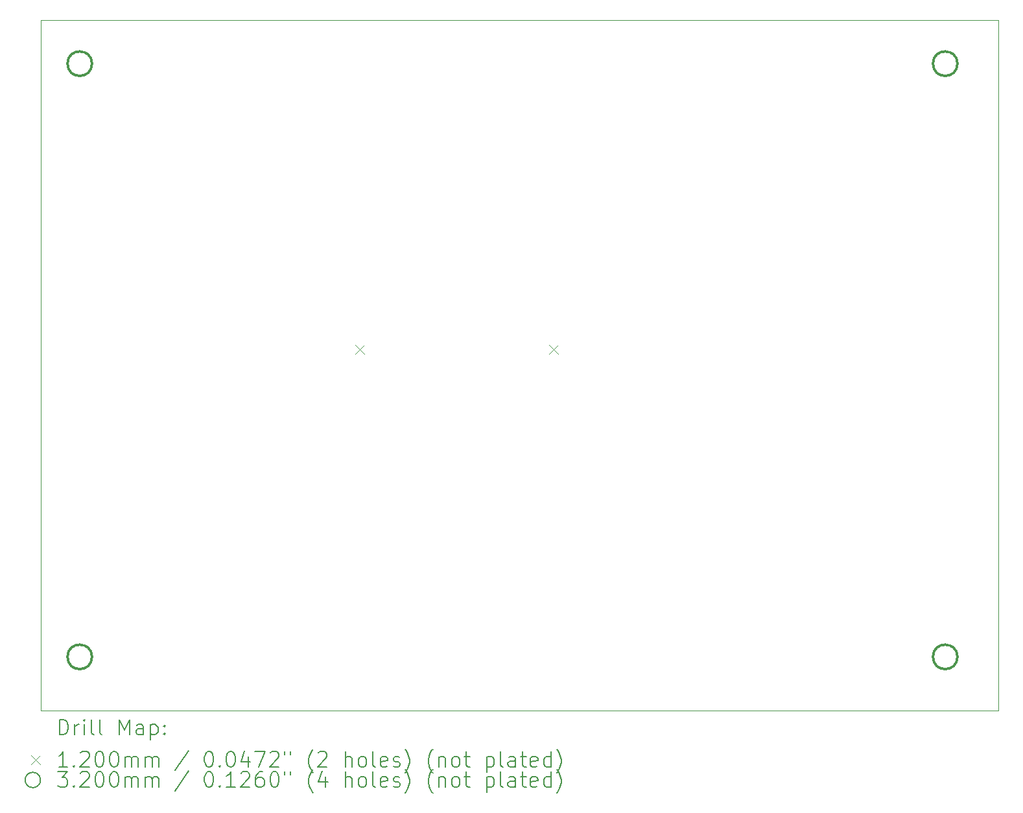
<source format=gbr>
%TF.GenerationSoftware,KiCad,Pcbnew,7.0.1*%
%TF.CreationDate,2023-03-23T12:40:10+01:00*%
%TF.ProjectId,ESP32-BMS_Ctrl,45535033-322d-4424-9d53-5f4374726c2e,rev?*%
%TF.SameCoordinates,Original*%
%TF.FileFunction,Drillmap*%
%TF.FilePolarity,Positive*%
%FSLAX45Y45*%
G04 Gerber Fmt 4.5, Leading zero omitted, Abs format (unit mm)*
G04 Created by KiCad (PCBNEW 7.0.1) date 2023-03-23 12:40:10*
%MOMM*%
%LPD*%
G01*
G04 APERTURE LIST*
%ADD10C,0.100000*%
%ADD11C,0.200000*%
%ADD12C,0.120000*%
%ADD13C,0.320000*%
G04 APERTURE END LIST*
D10*
X9334500Y-4191000D02*
X21844000Y-4191000D01*
X21844000Y-13208000D01*
X9334500Y-13208000D01*
X9334500Y-4191000D01*
D11*
D12*
X13439000Y-8432600D02*
X13559000Y-8552600D01*
X13559000Y-8432600D02*
X13439000Y-8552600D01*
X15975000Y-8432600D02*
X16095000Y-8552600D01*
X16095000Y-8432600D02*
X15975000Y-8552600D01*
D13*
X10002500Y-4762500D02*
G75*
G03*
X10002500Y-4762500I-160000J0D01*
G01*
X10002500Y-12509500D02*
G75*
G03*
X10002500Y-12509500I-160000J0D01*
G01*
X21305500Y-4762500D02*
G75*
G03*
X21305500Y-4762500I-160000J0D01*
G01*
X21305500Y-12509500D02*
G75*
G03*
X21305500Y-12509500I-160000J0D01*
G01*
D11*
X9577119Y-13525524D02*
X9577119Y-13325524D01*
X9577119Y-13325524D02*
X9624738Y-13325524D01*
X9624738Y-13325524D02*
X9653310Y-13335048D01*
X9653310Y-13335048D02*
X9672357Y-13354095D01*
X9672357Y-13354095D02*
X9681881Y-13373143D01*
X9681881Y-13373143D02*
X9691405Y-13411238D01*
X9691405Y-13411238D02*
X9691405Y-13439809D01*
X9691405Y-13439809D02*
X9681881Y-13477905D01*
X9681881Y-13477905D02*
X9672357Y-13496952D01*
X9672357Y-13496952D02*
X9653310Y-13516000D01*
X9653310Y-13516000D02*
X9624738Y-13525524D01*
X9624738Y-13525524D02*
X9577119Y-13525524D01*
X9777119Y-13525524D02*
X9777119Y-13392190D01*
X9777119Y-13430286D02*
X9786643Y-13411238D01*
X9786643Y-13411238D02*
X9796167Y-13401714D01*
X9796167Y-13401714D02*
X9815214Y-13392190D01*
X9815214Y-13392190D02*
X9834262Y-13392190D01*
X9900929Y-13525524D02*
X9900929Y-13392190D01*
X9900929Y-13325524D02*
X9891405Y-13335048D01*
X9891405Y-13335048D02*
X9900929Y-13344571D01*
X9900929Y-13344571D02*
X9910452Y-13335048D01*
X9910452Y-13335048D02*
X9900929Y-13325524D01*
X9900929Y-13325524D02*
X9900929Y-13344571D01*
X10024738Y-13525524D02*
X10005690Y-13516000D01*
X10005690Y-13516000D02*
X9996167Y-13496952D01*
X9996167Y-13496952D02*
X9996167Y-13325524D01*
X10129500Y-13525524D02*
X10110452Y-13516000D01*
X10110452Y-13516000D02*
X10100929Y-13496952D01*
X10100929Y-13496952D02*
X10100929Y-13325524D01*
X10358071Y-13525524D02*
X10358071Y-13325524D01*
X10358071Y-13325524D02*
X10424738Y-13468381D01*
X10424738Y-13468381D02*
X10491405Y-13325524D01*
X10491405Y-13325524D02*
X10491405Y-13525524D01*
X10672357Y-13525524D02*
X10672357Y-13420762D01*
X10672357Y-13420762D02*
X10662833Y-13401714D01*
X10662833Y-13401714D02*
X10643786Y-13392190D01*
X10643786Y-13392190D02*
X10605690Y-13392190D01*
X10605690Y-13392190D02*
X10586643Y-13401714D01*
X10672357Y-13516000D02*
X10653310Y-13525524D01*
X10653310Y-13525524D02*
X10605690Y-13525524D01*
X10605690Y-13525524D02*
X10586643Y-13516000D01*
X10586643Y-13516000D02*
X10577119Y-13496952D01*
X10577119Y-13496952D02*
X10577119Y-13477905D01*
X10577119Y-13477905D02*
X10586643Y-13458857D01*
X10586643Y-13458857D02*
X10605690Y-13449333D01*
X10605690Y-13449333D02*
X10653310Y-13449333D01*
X10653310Y-13449333D02*
X10672357Y-13439809D01*
X10767595Y-13392190D02*
X10767595Y-13592190D01*
X10767595Y-13401714D02*
X10786643Y-13392190D01*
X10786643Y-13392190D02*
X10824738Y-13392190D01*
X10824738Y-13392190D02*
X10843786Y-13401714D01*
X10843786Y-13401714D02*
X10853310Y-13411238D01*
X10853310Y-13411238D02*
X10862833Y-13430286D01*
X10862833Y-13430286D02*
X10862833Y-13487428D01*
X10862833Y-13487428D02*
X10853310Y-13506476D01*
X10853310Y-13506476D02*
X10843786Y-13516000D01*
X10843786Y-13516000D02*
X10824738Y-13525524D01*
X10824738Y-13525524D02*
X10786643Y-13525524D01*
X10786643Y-13525524D02*
X10767595Y-13516000D01*
X10948548Y-13506476D02*
X10958071Y-13516000D01*
X10958071Y-13516000D02*
X10948548Y-13525524D01*
X10948548Y-13525524D02*
X10939024Y-13516000D01*
X10939024Y-13516000D02*
X10948548Y-13506476D01*
X10948548Y-13506476D02*
X10948548Y-13525524D01*
X10948548Y-13401714D02*
X10958071Y-13411238D01*
X10958071Y-13411238D02*
X10948548Y-13420762D01*
X10948548Y-13420762D02*
X10939024Y-13411238D01*
X10939024Y-13411238D02*
X10948548Y-13401714D01*
X10948548Y-13401714D02*
X10948548Y-13420762D01*
D12*
X9209500Y-13793000D02*
X9329500Y-13913000D01*
X9329500Y-13793000D02*
X9209500Y-13913000D01*
D11*
X9681881Y-13945524D02*
X9567595Y-13945524D01*
X9624738Y-13945524D02*
X9624738Y-13745524D01*
X9624738Y-13745524D02*
X9605690Y-13774095D01*
X9605690Y-13774095D02*
X9586643Y-13793143D01*
X9586643Y-13793143D02*
X9567595Y-13802667D01*
X9767595Y-13926476D02*
X9777119Y-13936000D01*
X9777119Y-13936000D02*
X9767595Y-13945524D01*
X9767595Y-13945524D02*
X9758071Y-13936000D01*
X9758071Y-13936000D02*
X9767595Y-13926476D01*
X9767595Y-13926476D02*
X9767595Y-13945524D01*
X9853310Y-13764571D02*
X9862833Y-13755048D01*
X9862833Y-13755048D02*
X9881881Y-13745524D01*
X9881881Y-13745524D02*
X9929500Y-13745524D01*
X9929500Y-13745524D02*
X9948548Y-13755048D01*
X9948548Y-13755048D02*
X9958071Y-13764571D01*
X9958071Y-13764571D02*
X9967595Y-13783619D01*
X9967595Y-13783619D02*
X9967595Y-13802667D01*
X9967595Y-13802667D02*
X9958071Y-13831238D01*
X9958071Y-13831238D02*
X9843786Y-13945524D01*
X9843786Y-13945524D02*
X9967595Y-13945524D01*
X10091405Y-13745524D02*
X10110452Y-13745524D01*
X10110452Y-13745524D02*
X10129500Y-13755048D01*
X10129500Y-13755048D02*
X10139024Y-13764571D01*
X10139024Y-13764571D02*
X10148548Y-13783619D01*
X10148548Y-13783619D02*
X10158071Y-13821714D01*
X10158071Y-13821714D02*
X10158071Y-13869333D01*
X10158071Y-13869333D02*
X10148548Y-13907428D01*
X10148548Y-13907428D02*
X10139024Y-13926476D01*
X10139024Y-13926476D02*
X10129500Y-13936000D01*
X10129500Y-13936000D02*
X10110452Y-13945524D01*
X10110452Y-13945524D02*
X10091405Y-13945524D01*
X10091405Y-13945524D02*
X10072357Y-13936000D01*
X10072357Y-13936000D02*
X10062833Y-13926476D01*
X10062833Y-13926476D02*
X10053310Y-13907428D01*
X10053310Y-13907428D02*
X10043786Y-13869333D01*
X10043786Y-13869333D02*
X10043786Y-13821714D01*
X10043786Y-13821714D02*
X10053310Y-13783619D01*
X10053310Y-13783619D02*
X10062833Y-13764571D01*
X10062833Y-13764571D02*
X10072357Y-13755048D01*
X10072357Y-13755048D02*
X10091405Y-13745524D01*
X10281881Y-13745524D02*
X10300929Y-13745524D01*
X10300929Y-13745524D02*
X10319976Y-13755048D01*
X10319976Y-13755048D02*
X10329500Y-13764571D01*
X10329500Y-13764571D02*
X10339024Y-13783619D01*
X10339024Y-13783619D02*
X10348548Y-13821714D01*
X10348548Y-13821714D02*
X10348548Y-13869333D01*
X10348548Y-13869333D02*
X10339024Y-13907428D01*
X10339024Y-13907428D02*
X10329500Y-13926476D01*
X10329500Y-13926476D02*
X10319976Y-13936000D01*
X10319976Y-13936000D02*
X10300929Y-13945524D01*
X10300929Y-13945524D02*
X10281881Y-13945524D01*
X10281881Y-13945524D02*
X10262833Y-13936000D01*
X10262833Y-13936000D02*
X10253310Y-13926476D01*
X10253310Y-13926476D02*
X10243786Y-13907428D01*
X10243786Y-13907428D02*
X10234262Y-13869333D01*
X10234262Y-13869333D02*
X10234262Y-13821714D01*
X10234262Y-13821714D02*
X10243786Y-13783619D01*
X10243786Y-13783619D02*
X10253310Y-13764571D01*
X10253310Y-13764571D02*
X10262833Y-13755048D01*
X10262833Y-13755048D02*
X10281881Y-13745524D01*
X10434262Y-13945524D02*
X10434262Y-13812190D01*
X10434262Y-13831238D02*
X10443786Y-13821714D01*
X10443786Y-13821714D02*
X10462833Y-13812190D01*
X10462833Y-13812190D02*
X10491405Y-13812190D01*
X10491405Y-13812190D02*
X10510452Y-13821714D01*
X10510452Y-13821714D02*
X10519976Y-13840762D01*
X10519976Y-13840762D02*
X10519976Y-13945524D01*
X10519976Y-13840762D02*
X10529500Y-13821714D01*
X10529500Y-13821714D02*
X10548548Y-13812190D01*
X10548548Y-13812190D02*
X10577119Y-13812190D01*
X10577119Y-13812190D02*
X10596167Y-13821714D01*
X10596167Y-13821714D02*
X10605691Y-13840762D01*
X10605691Y-13840762D02*
X10605691Y-13945524D01*
X10700929Y-13945524D02*
X10700929Y-13812190D01*
X10700929Y-13831238D02*
X10710452Y-13821714D01*
X10710452Y-13821714D02*
X10729500Y-13812190D01*
X10729500Y-13812190D02*
X10758072Y-13812190D01*
X10758072Y-13812190D02*
X10777119Y-13821714D01*
X10777119Y-13821714D02*
X10786643Y-13840762D01*
X10786643Y-13840762D02*
X10786643Y-13945524D01*
X10786643Y-13840762D02*
X10796167Y-13821714D01*
X10796167Y-13821714D02*
X10815214Y-13812190D01*
X10815214Y-13812190D02*
X10843786Y-13812190D01*
X10843786Y-13812190D02*
X10862833Y-13821714D01*
X10862833Y-13821714D02*
X10872357Y-13840762D01*
X10872357Y-13840762D02*
X10872357Y-13945524D01*
X11262833Y-13736000D02*
X11091405Y-13993143D01*
X11519976Y-13745524D02*
X11539024Y-13745524D01*
X11539024Y-13745524D02*
X11558072Y-13755048D01*
X11558072Y-13755048D02*
X11567595Y-13764571D01*
X11567595Y-13764571D02*
X11577119Y-13783619D01*
X11577119Y-13783619D02*
X11586643Y-13821714D01*
X11586643Y-13821714D02*
X11586643Y-13869333D01*
X11586643Y-13869333D02*
X11577119Y-13907428D01*
X11577119Y-13907428D02*
X11567595Y-13926476D01*
X11567595Y-13926476D02*
X11558072Y-13936000D01*
X11558072Y-13936000D02*
X11539024Y-13945524D01*
X11539024Y-13945524D02*
X11519976Y-13945524D01*
X11519976Y-13945524D02*
X11500929Y-13936000D01*
X11500929Y-13936000D02*
X11491405Y-13926476D01*
X11491405Y-13926476D02*
X11481881Y-13907428D01*
X11481881Y-13907428D02*
X11472357Y-13869333D01*
X11472357Y-13869333D02*
X11472357Y-13821714D01*
X11472357Y-13821714D02*
X11481881Y-13783619D01*
X11481881Y-13783619D02*
X11491405Y-13764571D01*
X11491405Y-13764571D02*
X11500929Y-13755048D01*
X11500929Y-13755048D02*
X11519976Y-13745524D01*
X11672357Y-13926476D02*
X11681881Y-13936000D01*
X11681881Y-13936000D02*
X11672357Y-13945524D01*
X11672357Y-13945524D02*
X11662833Y-13936000D01*
X11662833Y-13936000D02*
X11672357Y-13926476D01*
X11672357Y-13926476D02*
X11672357Y-13945524D01*
X11805691Y-13745524D02*
X11824738Y-13745524D01*
X11824738Y-13745524D02*
X11843786Y-13755048D01*
X11843786Y-13755048D02*
X11853310Y-13764571D01*
X11853310Y-13764571D02*
X11862833Y-13783619D01*
X11862833Y-13783619D02*
X11872357Y-13821714D01*
X11872357Y-13821714D02*
X11872357Y-13869333D01*
X11872357Y-13869333D02*
X11862833Y-13907428D01*
X11862833Y-13907428D02*
X11853310Y-13926476D01*
X11853310Y-13926476D02*
X11843786Y-13936000D01*
X11843786Y-13936000D02*
X11824738Y-13945524D01*
X11824738Y-13945524D02*
X11805691Y-13945524D01*
X11805691Y-13945524D02*
X11786643Y-13936000D01*
X11786643Y-13936000D02*
X11777119Y-13926476D01*
X11777119Y-13926476D02*
X11767595Y-13907428D01*
X11767595Y-13907428D02*
X11758072Y-13869333D01*
X11758072Y-13869333D02*
X11758072Y-13821714D01*
X11758072Y-13821714D02*
X11767595Y-13783619D01*
X11767595Y-13783619D02*
X11777119Y-13764571D01*
X11777119Y-13764571D02*
X11786643Y-13755048D01*
X11786643Y-13755048D02*
X11805691Y-13745524D01*
X12043786Y-13812190D02*
X12043786Y-13945524D01*
X11996167Y-13736000D02*
X11948548Y-13878857D01*
X11948548Y-13878857D02*
X12072357Y-13878857D01*
X12129500Y-13745524D02*
X12262833Y-13745524D01*
X12262833Y-13745524D02*
X12177119Y-13945524D01*
X12329500Y-13764571D02*
X12339024Y-13755048D01*
X12339024Y-13755048D02*
X12358072Y-13745524D01*
X12358072Y-13745524D02*
X12405691Y-13745524D01*
X12405691Y-13745524D02*
X12424738Y-13755048D01*
X12424738Y-13755048D02*
X12434262Y-13764571D01*
X12434262Y-13764571D02*
X12443786Y-13783619D01*
X12443786Y-13783619D02*
X12443786Y-13802667D01*
X12443786Y-13802667D02*
X12434262Y-13831238D01*
X12434262Y-13831238D02*
X12319976Y-13945524D01*
X12319976Y-13945524D02*
X12443786Y-13945524D01*
X12519976Y-13745524D02*
X12519976Y-13783619D01*
X12596167Y-13745524D02*
X12596167Y-13783619D01*
X12891405Y-14021714D02*
X12881881Y-14012190D01*
X12881881Y-14012190D02*
X12862834Y-13983619D01*
X12862834Y-13983619D02*
X12853310Y-13964571D01*
X12853310Y-13964571D02*
X12843786Y-13936000D01*
X12843786Y-13936000D02*
X12834262Y-13888381D01*
X12834262Y-13888381D02*
X12834262Y-13850286D01*
X12834262Y-13850286D02*
X12843786Y-13802667D01*
X12843786Y-13802667D02*
X12853310Y-13774095D01*
X12853310Y-13774095D02*
X12862834Y-13755048D01*
X12862834Y-13755048D02*
X12881881Y-13726476D01*
X12881881Y-13726476D02*
X12891405Y-13716952D01*
X12958072Y-13764571D02*
X12967595Y-13755048D01*
X12967595Y-13755048D02*
X12986643Y-13745524D01*
X12986643Y-13745524D02*
X13034262Y-13745524D01*
X13034262Y-13745524D02*
X13053310Y-13755048D01*
X13053310Y-13755048D02*
X13062834Y-13764571D01*
X13062834Y-13764571D02*
X13072357Y-13783619D01*
X13072357Y-13783619D02*
X13072357Y-13802667D01*
X13072357Y-13802667D02*
X13062834Y-13831238D01*
X13062834Y-13831238D02*
X12948548Y-13945524D01*
X12948548Y-13945524D02*
X13072357Y-13945524D01*
X13310453Y-13945524D02*
X13310453Y-13745524D01*
X13396167Y-13945524D02*
X13396167Y-13840762D01*
X13396167Y-13840762D02*
X13386643Y-13821714D01*
X13386643Y-13821714D02*
X13367596Y-13812190D01*
X13367596Y-13812190D02*
X13339024Y-13812190D01*
X13339024Y-13812190D02*
X13319976Y-13821714D01*
X13319976Y-13821714D02*
X13310453Y-13831238D01*
X13519976Y-13945524D02*
X13500929Y-13936000D01*
X13500929Y-13936000D02*
X13491405Y-13926476D01*
X13491405Y-13926476D02*
X13481881Y-13907428D01*
X13481881Y-13907428D02*
X13481881Y-13850286D01*
X13481881Y-13850286D02*
X13491405Y-13831238D01*
X13491405Y-13831238D02*
X13500929Y-13821714D01*
X13500929Y-13821714D02*
X13519976Y-13812190D01*
X13519976Y-13812190D02*
X13548548Y-13812190D01*
X13548548Y-13812190D02*
X13567596Y-13821714D01*
X13567596Y-13821714D02*
X13577119Y-13831238D01*
X13577119Y-13831238D02*
X13586643Y-13850286D01*
X13586643Y-13850286D02*
X13586643Y-13907428D01*
X13586643Y-13907428D02*
X13577119Y-13926476D01*
X13577119Y-13926476D02*
X13567596Y-13936000D01*
X13567596Y-13936000D02*
X13548548Y-13945524D01*
X13548548Y-13945524D02*
X13519976Y-13945524D01*
X13700929Y-13945524D02*
X13681881Y-13936000D01*
X13681881Y-13936000D02*
X13672357Y-13916952D01*
X13672357Y-13916952D02*
X13672357Y-13745524D01*
X13853310Y-13936000D02*
X13834262Y-13945524D01*
X13834262Y-13945524D02*
X13796167Y-13945524D01*
X13796167Y-13945524D02*
X13777119Y-13936000D01*
X13777119Y-13936000D02*
X13767596Y-13916952D01*
X13767596Y-13916952D02*
X13767596Y-13840762D01*
X13767596Y-13840762D02*
X13777119Y-13821714D01*
X13777119Y-13821714D02*
X13796167Y-13812190D01*
X13796167Y-13812190D02*
X13834262Y-13812190D01*
X13834262Y-13812190D02*
X13853310Y-13821714D01*
X13853310Y-13821714D02*
X13862834Y-13840762D01*
X13862834Y-13840762D02*
X13862834Y-13859809D01*
X13862834Y-13859809D02*
X13767596Y-13878857D01*
X13939024Y-13936000D02*
X13958072Y-13945524D01*
X13958072Y-13945524D02*
X13996167Y-13945524D01*
X13996167Y-13945524D02*
X14015215Y-13936000D01*
X14015215Y-13936000D02*
X14024738Y-13916952D01*
X14024738Y-13916952D02*
X14024738Y-13907428D01*
X14024738Y-13907428D02*
X14015215Y-13888381D01*
X14015215Y-13888381D02*
X13996167Y-13878857D01*
X13996167Y-13878857D02*
X13967596Y-13878857D01*
X13967596Y-13878857D02*
X13948548Y-13869333D01*
X13948548Y-13869333D02*
X13939024Y-13850286D01*
X13939024Y-13850286D02*
X13939024Y-13840762D01*
X13939024Y-13840762D02*
X13948548Y-13821714D01*
X13948548Y-13821714D02*
X13967596Y-13812190D01*
X13967596Y-13812190D02*
X13996167Y-13812190D01*
X13996167Y-13812190D02*
X14015215Y-13821714D01*
X14091405Y-14021714D02*
X14100929Y-14012190D01*
X14100929Y-14012190D02*
X14119977Y-13983619D01*
X14119977Y-13983619D02*
X14129500Y-13964571D01*
X14129500Y-13964571D02*
X14139024Y-13936000D01*
X14139024Y-13936000D02*
X14148548Y-13888381D01*
X14148548Y-13888381D02*
X14148548Y-13850286D01*
X14148548Y-13850286D02*
X14139024Y-13802667D01*
X14139024Y-13802667D02*
X14129500Y-13774095D01*
X14129500Y-13774095D02*
X14119977Y-13755048D01*
X14119977Y-13755048D02*
X14100929Y-13726476D01*
X14100929Y-13726476D02*
X14091405Y-13716952D01*
X14453310Y-14021714D02*
X14443786Y-14012190D01*
X14443786Y-14012190D02*
X14424738Y-13983619D01*
X14424738Y-13983619D02*
X14415215Y-13964571D01*
X14415215Y-13964571D02*
X14405691Y-13936000D01*
X14405691Y-13936000D02*
X14396167Y-13888381D01*
X14396167Y-13888381D02*
X14396167Y-13850286D01*
X14396167Y-13850286D02*
X14405691Y-13802667D01*
X14405691Y-13802667D02*
X14415215Y-13774095D01*
X14415215Y-13774095D02*
X14424738Y-13755048D01*
X14424738Y-13755048D02*
X14443786Y-13726476D01*
X14443786Y-13726476D02*
X14453310Y-13716952D01*
X14529500Y-13812190D02*
X14529500Y-13945524D01*
X14529500Y-13831238D02*
X14539024Y-13821714D01*
X14539024Y-13821714D02*
X14558072Y-13812190D01*
X14558072Y-13812190D02*
X14586643Y-13812190D01*
X14586643Y-13812190D02*
X14605691Y-13821714D01*
X14605691Y-13821714D02*
X14615215Y-13840762D01*
X14615215Y-13840762D02*
X14615215Y-13945524D01*
X14739024Y-13945524D02*
X14719977Y-13936000D01*
X14719977Y-13936000D02*
X14710453Y-13926476D01*
X14710453Y-13926476D02*
X14700929Y-13907428D01*
X14700929Y-13907428D02*
X14700929Y-13850286D01*
X14700929Y-13850286D02*
X14710453Y-13831238D01*
X14710453Y-13831238D02*
X14719977Y-13821714D01*
X14719977Y-13821714D02*
X14739024Y-13812190D01*
X14739024Y-13812190D02*
X14767596Y-13812190D01*
X14767596Y-13812190D02*
X14786643Y-13821714D01*
X14786643Y-13821714D02*
X14796167Y-13831238D01*
X14796167Y-13831238D02*
X14805691Y-13850286D01*
X14805691Y-13850286D02*
X14805691Y-13907428D01*
X14805691Y-13907428D02*
X14796167Y-13926476D01*
X14796167Y-13926476D02*
X14786643Y-13936000D01*
X14786643Y-13936000D02*
X14767596Y-13945524D01*
X14767596Y-13945524D02*
X14739024Y-13945524D01*
X14862834Y-13812190D02*
X14939024Y-13812190D01*
X14891405Y-13745524D02*
X14891405Y-13916952D01*
X14891405Y-13916952D02*
X14900929Y-13936000D01*
X14900929Y-13936000D02*
X14919977Y-13945524D01*
X14919977Y-13945524D02*
X14939024Y-13945524D01*
X15158072Y-13812190D02*
X15158072Y-14012190D01*
X15158072Y-13821714D02*
X15177119Y-13812190D01*
X15177119Y-13812190D02*
X15215215Y-13812190D01*
X15215215Y-13812190D02*
X15234262Y-13821714D01*
X15234262Y-13821714D02*
X15243786Y-13831238D01*
X15243786Y-13831238D02*
X15253310Y-13850286D01*
X15253310Y-13850286D02*
X15253310Y-13907428D01*
X15253310Y-13907428D02*
X15243786Y-13926476D01*
X15243786Y-13926476D02*
X15234262Y-13936000D01*
X15234262Y-13936000D02*
X15215215Y-13945524D01*
X15215215Y-13945524D02*
X15177119Y-13945524D01*
X15177119Y-13945524D02*
X15158072Y-13936000D01*
X15367596Y-13945524D02*
X15348548Y-13936000D01*
X15348548Y-13936000D02*
X15339024Y-13916952D01*
X15339024Y-13916952D02*
X15339024Y-13745524D01*
X15529500Y-13945524D02*
X15529500Y-13840762D01*
X15529500Y-13840762D02*
X15519977Y-13821714D01*
X15519977Y-13821714D02*
X15500929Y-13812190D01*
X15500929Y-13812190D02*
X15462834Y-13812190D01*
X15462834Y-13812190D02*
X15443786Y-13821714D01*
X15529500Y-13936000D02*
X15510453Y-13945524D01*
X15510453Y-13945524D02*
X15462834Y-13945524D01*
X15462834Y-13945524D02*
X15443786Y-13936000D01*
X15443786Y-13936000D02*
X15434262Y-13916952D01*
X15434262Y-13916952D02*
X15434262Y-13897905D01*
X15434262Y-13897905D02*
X15443786Y-13878857D01*
X15443786Y-13878857D02*
X15462834Y-13869333D01*
X15462834Y-13869333D02*
X15510453Y-13869333D01*
X15510453Y-13869333D02*
X15529500Y-13859809D01*
X15596167Y-13812190D02*
X15672358Y-13812190D01*
X15624739Y-13745524D02*
X15624739Y-13916952D01*
X15624739Y-13916952D02*
X15634262Y-13936000D01*
X15634262Y-13936000D02*
X15653310Y-13945524D01*
X15653310Y-13945524D02*
X15672358Y-13945524D01*
X15815215Y-13936000D02*
X15796167Y-13945524D01*
X15796167Y-13945524D02*
X15758072Y-13945524D01*
X15758072Y-13945524D02*
X15739024Y-13936000D01*
X15739024Y-13936000D02*
X15729500Y-13916952D01*
X15729500Y-13916952D02*
X15729500Y-13840762D01*
X15729500Y-13840762D02*
X15739024Y-13821714D01*
X15739024Y-13821714D02*
X15758072Y-13812190D01*
X15758072Y-13812190D02*
X15796167Y-13812190D01*
X15796167Y-13812190D02*
X15815215Y-13821714D01*
X15815215Y-13821714D02*
X15824739Y-13840762D01*
X15824739Y-13840762D02*
X15824739Y-13859809D01*
X15824739Y-13859809D02*
X15729500Y-13878857D01*
X15996167Y-13945524D02*
X15996167Y-13745524D01*
X15996167Y-13936000D02*
X15977120Y-13945524D01*
X15977120Y-13945524D02*
X15939024Y-13945524D01*
X15939024Y-13945524D02*
X15919977Y-13936000D01*
X15919977Y-13936000D02*
X15910453Y-13926476D01*
X15910453Y-13926476D02*
X15900929Y-13907428D01*
X15900929Y-13907428D02*
X15900929Y-13850286D01*
X15900929Y-13850286D02*
X15910453Y-13831238D01*
X15910453Y-13831238D02*
X15919977Y-13821714D01*
X15919977Y-13821714D02*
X15939024Y-13812190D01*
X15939024Y-13812190D02*
X15977120Y-13812190D01*
X15977120Y-13812190D02*
X15996167Y-13821714D01*
X16072358Y-14021714D02*
X16081881Y-14012190D01*
X16081881Y-14012190D02*
X16100929Y-13983619D01*
X16100929Y-13983619D02*
X16110453Y-13964571D01*
X16110453Y-13964571D02*
X16119977Y-13936000D01*
X16119977Y-13936000D02*
X16129500Y-13888381D01*
X16129500Y-13888381D02*
X16129500Y-13850286D01*
X16129500Y-13850286D02*
X16119977Y-13802667D01*
X16119977Y-13802667D02*
X16110453Y-13774095D01*
X16110453Y-13774095D02*
X16100929Y-13755048D01*
X16100929Y-13755048D02*
X16081881Y-13726476D01*
X16081881Y-13726476D02*
X16072358Y-13716952D01*
X9329500Y-14117000D02*
G75*
G03*
X9329500Y-14117000I-100000J0D01*
G01*
X9558071Y-14009524D02*
X9681881Y-14009524D01*
X9681881Y-14009524D02*
X9615214Y-14085714D01*
X9615214Y-14085714D02*
X9643786Y-14085714D01*
X9643786Y-14085714D02*
X9662833Y-14095238D01*
X9662833Y-14095238D02*
X9672357Y-14104762D01*
X9672357Y-14104762D02*
X9681881Y-14123809D01*
X9681881Y-14123809D02*
X9681881Y-14171428D01*
X9681881Y-14171428D02*
X9672357Y-14190476D01*
X9672357Y-14190476D02*
X9662833Y-14200000D01*
X9662833Y-14200000D02*
X9643786Y-14209524D01*
X9643786Y-14209524D02*
X9586643Y-14209524D01*
X9586643Y-14209524D02*
X9567595Y-14200000D01*
X9567595Y-14200000D02*
X9558071Y-14190476D01*
X9767595Y-14190476D02*
X9777119Y-14200000D01*
X9777119Y-14200000D02*
X9767595Y-14209524D01*
X9767595Y-14209524D02*
X9758071Y-14200000D01*
X9758071Y-14200000D02*
X9767595Y-14190476D01*
X9767595Y-14190476D02*
X9767595Y-14209524D01*
X9853310Y-14028571D02*
X9862833Y-14019048D01*
X9862833Y-14019048D02*
X9881881Y-14009524D01*
X9881881Y-14009524D02*
X9929500Y-14009524D01*
X9929500Y-14009524D02*
X9948548Y-14019048D01*
X9948548Y-14019048D02*
X9958071Y-14028571D01*
X9958071Y-14028571D02*
X9967595Y-14047619D01*
X9967595Y-14047619D02*
X9967595Y-14066667D01*
X9967595Y-14066667D02*
X9958071Y-14095238D01*
X9958071Y-14095238D02*
X9843786Y-14209524D01*
X9843786Y-14209524D02*
X9967595Y-14209524D01*
X10091405Y-14009524D02*
X10110452Y-14009524D01*
X10110452Y-14009524D02*
X10129500Y-14019048D01*
X10129500Y-14019048D02*
X10139024Y-14028571D01*
X10139024Y-14028571D02*
X10148548Y-14047619D01*
X10148548Y-14047619D02*
X10158071Y-14085714D01*
X10158071Y-14085714D02*
X10158071Y-14133333D01*
X10158071Y-14133333D02*
X10148548Y-14171428D01*
X10148548Y-14171428D02*
X10139024Y-14190476D01*
X10139024Y-14190476D02*
X10129500Y-14200000D01*
X10129500Y-14200000D02*
X10110452Y-14209524D01*
X10110452Y-14209524D02*
X10091405Y-14209524D01*
X10091405Y-14209524D02*
X10072357Y-14200000D01*
X10072357Y-14200000D02*
X10062833Y-14190476D01*
X10062833Y-14190476D02*
X10053310Y-14171428D01*
X10053310Y-14171428D02*
X10043786Y-14133333D01*
X10043786Y-14133333D02*
X10043786Y-14085714D01*
X10043786Y-14085714D02*
X10053310Y-14047619D01*
X10053310Y-14047619D02*
X10062833Y-14028571D01*
X10062833Y-14028571D02*
X10072357Y-14019048D01*
X10072357Y-14019048D02*
X10091405Y-14009524D01*
X10281881Y-14009524D02*
X10300929Y-14009524D01*
X10300929Y-14009524D02*
X10319976Y-14019048D01*
X10319976Y-14019048D02*
X10329500Y-14028571D01*
X10329500Y-14028571D02*
X10339024Y-14047619D01*
X10339024Y-14047619D02*
X10348548Y-14085714D01*
X10348548Y-14085714D02*
X10348548Y-14133333D01*
X10348548Y-14133333D02*
X10339024Y-14171428D01*
X10339024Y-14171428D02*
X10329500Y-14190476D01*
X10329500Y-14190476D02*
X10319976Y-14200000D01*
X10319976Y-14200000D02*
X10300929Y-14209524D01*
X10300929Y-14209524D02*
X10281881Y-14209524D01*
X10281881Y-14209524D02*
X10262833Y-14200000D01*
X10262833Y-14200000D02*
X10253310Y-14190476D01*
X10253310Y-14190476D02*
X10243786Y-14171428D01*
X10243786Y-14171428D02*
X10234262Y-14133333D01*
X10234262Y-14133333D02*
X10234262Y-14085714D01*
X10234262Y-14085714D02*
X10243786Y-14047619D01*
X10243786Y-14047619D02*
X10253310Y-14028571D01*
X10253310Y-14028571D02*
X10262833Y-14019048D01*
X10262833Y-14019048D02*
X10281881Y-14009524D01*
X10434262Y-14209524D02*
X10434262Y-14076190D01*
X10434262Y-14095238D02*
X10443786Y-14085714D01*
X10443786Y-14085714D02*
X10462833Y-14076190D01*
X10462833Y-14076190D02*
X10491405Y-14076190D01*
X10491405Y-14076190D02*
X10510452Y-14085714D01*
X10510452Y-14085714D02*
X10519976Y-14104762D01*
X10519976Y-14104762D02*
X10519976Y-14209524D01*
X10519976Y-14104762D02*
X10529500Y-14085714D01*
X10529500Y-14085714D02*
X10548548Y-14076190D01*
X10548548Y-14076190D02*
X10577119Y-14076190D01*
X10577119Y-14076190D02*
X10596167Y-14085714D01*
X10596167Y-14085714D02*
X10605691Y-14104762D01*
X10605691Y-14104762D02*
X10605691Y-14209524D01*
X10700929Y-14209524D02*
X10700929Y-14076190D01*
X10700929Y-14095238D02*
X10710452Y-14085714D01*
X10710452Y-14085714D02*
X10729500Y-14076190D01*
X10729500Y-14076190D02*
X10758072Y-14076190D01*
X10758072Y-14076190D02*
X10777119Y-14085714D01*
X10777119Y-14085714D02*
X10786643Y-14104762D01*
X10786643Y-14104762D02*
X10786643Y-14209524D01*
X10786643Y-14104762D02*
X10796167Y-14085714D01*
X10796167Y-14085714D02*
X10815214Y-14076190D01*
X10815214Y-14076190D02*
X10843786Y-14076190D01*
X10843786Y-14076190D02*
X10862833Y-14085714D01*
X10862833Y-14085714D02*
X10872357Y-14104762D01*
X10872357Y-14104762D02*
X10872357Y-14209524D01*
X11262833Y-14000000D02*
X11091405Y-14257143D01*
X11519976Y-14009524D02*
X11539024Y-14009524D01*
X11539024Y-14009524D02*
X11558072Y-14019048D01*
X11558072Y-14019048D02*
X11567595Y-14028571D01*
X11567595Y-14028571D02*
X11577119Y-14047619D01*
X11577119Y-14047619D02*
X11586643Y-14085714D01*
X11586643Y-14085714D02*
X11586643Y-14133333D01*
X11586643Y-14133333D02*
X11577119Y-14171428D01*
X11577119Y-14171428D02*
X11567595Y-14190476D01*
X11567595Y-14190476D02*
X11558072Y-14200000D01*
X11558072Y-14200000D02*
X11539024Y-14209524D01*
X11539024Y-14209524D02*
X11519976Y-14209524D01*
X11519976Y-14209524D02*
X11500929Y-14200000D01*
X11500929Y-14200000D02*
X11491405Y-14190476D01*
X11491405Y-14190476D02*
X11481881Y-14171428D01*
X11481881Y-14171428D02*
X11472357Y-14133333D01*
X11472357Y-14133333D02*
X11472357Y-14085714D01*
X11472357Y-14085714D02*
X11481881Y-14047619D01*
X11481881Y-14047619D02*
X11491405Y-14028571D01*
X11491405Y-14028571D02*
X11500929Y-14019048D01*
X11500929Y-14019048D02*
X11519976Y-14009524D01*
X11672357Y-14190476D02*
X11681881Y-14200000D01*
X11681881Y-14200000D02*
X11672357Y-14209524D01*
X11672357Y-14209524D02*
X11662833Y-14200000D01*
X11662833Y-14200000D02*
X11672357Y-14190476D01*
X11672357Y-14190476D02*
X11672357Y-14209524D01*
X11872357Y-14209524D02*
X11758072Y-14209524D01*
X11815214Y-14209524D02*
X11815214Y-14009524D01*
X11815214Y-14009524D02*
X11796167Y-14038095D01*
X11796167Y-14038095D02*
X11777119Y-14057143D01*
X11777119Y-14057143D02*
X11758072Y-14066667D01*
X11948548Y-14028571D02*
X11958072Y-14019048D01*
X11958072Y-14019048D02*
X11977119Y-14009524D01*
X11977119Y-14009524D02*
X12024738Y-14009524D01*
X12024738Y-14009524D02*
X12043786Y-14019048D01*
X12043786Y-14019048D02*
X12053310Y-14028571D01*
X12053310Y-14028571D02*
X12062833Y-14047619D01*
X12062833Y-14047619D02*
X12062833Y-14066667D01*
X12062833Y-14066667D02*
X12053310Y-14095238D01*
X12053310Y-14095238D02*
X11939024Y-14209524D01*
X11939024Y-14209524D02*
X12062833Y-14209524D01*
X12234262Y-14009524D02*
X12196167Y-14009524D01*
X12196167Y-14009524D02*
X12177119Y-14019048D01*
X12177119Y-14019048D02*
X12167595Y-14028571D01*
X12167595Y-14028571D02*
X12148548Y-14057143D01*
X12148548Y-14057143D02*
X12139024Y-14095238D01*
X12139024Y-14095238D02*
X12139024Y-14171428D01*
X12139024Y-14171428D02*
X12148548Y-14190476D01*
X12148548Y-14190476D02*
X12158072Y-14200000D01*
X12158072Y-14200000D02*
X12177119Y-14209524D01*
X12177119Y-14209524D02*
X12215214Y-14209524D01*
X12215214Y-14209524D02*
X12234262Y-14200000D01*
X12234262Y-14200000D02*
X12243786Y-14190476D01*
X12243786Y-14190476D02*
X12253310Y-14171428D01*
X12253310Y-14171428D02*
X12253310Y-14123809D01*
X12253310Y-14123809D02*
X12243786Y-14104762D01*
X12243786Y-14104762D02*
X12234262Y-14095238D01*
X12234262Y-14095238D02*
X12215214Y-14085714D01*
X12215214Y-14085714D02*
X12177119Y-14085714D01*
X12177119Y-14085714D02*
X12158072Y-14095238D01*
X12158072Y-14095238D02*
X12148548Y-14104762D01*
X12148548Y-14104762D02*
X12139024Y-14123809D01*
X12377119Y-14009524D02*
X12396167Y-14009524D01*
X12396167Y-14009524D02*
X12415214Y-14019048D01*
X12415214Y-14019048D02*
X12424738Y-14028571D01*
X12424738Y-14028571D02*
X12434262Y-14047619D01*
X12434262Y-14047619D02*
X12443786Y-14085714D01*
X12443786Y-14085714D02*
X12443786Y-14133333D01*
X12443786Y-14133333D02*
X12434262Y-14171428D01*
X12434262Y-14171428D02*
X12424738Y-14190476D01*
X12424738Y-14190476D02*
X12415214Y-14200000D01*
X12415214Y-14200000D02*
X12396167Y-14209524D01*
X12396167Y-14209524D02*
X12377119Y-14209524D01*
X12377119Y-14209524D02*
X12358072Y-14200000D01*
X12358072Y-14200000D02*
X12348548Y-14190476D01*
X12348548Y-14190476D02*
X12339024Y-14171428D01*
X12339024Y-14171428D02*
X12329500Y-14133333D01*
X12329500Y-14133333D02*
X12329500Y-14085714D01*
X12329500Y-14085714D02*
X12339024Y-14047619D01*
X12339024Y-14047619D02*
X12348548Y-14028571D01*
X12348548Y-14028571D02*
X12358072Y-14019048D01*
X12358072Y-14019048D02*
X12377119Y-14009524D01*
X12519976Y-14009524D02*
X12519976Y-14047619D01*
X12596167Y-14009524D02*
X12596167Y-14047619D01*
X12891405Y-14285714D02*
X12881881Y-14276190D01*
X12881881Y-14276190D02*
X12862834Y-14247619D01*
X12862834Y-14247619D02*
X12853310Y-14228571D01*
X12853310Y-14228571D02*
X12843786Y-14200000D01*
X12843786Y-14200000D02*
X12834262Y-14152381D01*
X12834262Y-14152381D02*
X12834262Y-14114286D01*
X12834262Y-14114286D02*
X12843786Y-14066667D01*
X12843786Y-14066667D02*
X12853310Y-14038095D01*
X12853310Y-14038095D02*
X12862834Y-14019048D01*
X12862834Y-14019048D02*
X12881881Y-13990476D01*
X12881881Y-13990476D02*
X12891405Y-13980952D01*
X13053310Y-14076190D02*
X13053310Y-14209524D01*
X13005691Y-14000000D02*
X12958072Y-14142857D01*
X12958072Y-14142857D02*
X13081881Y-14142857D01*
X13310453Y-14209524D02*
X13310453Y-14009524D01*
X13396167Y-14209524D02*
X13396167Y-14104762D01*
X13396167Y-14104762D02*
X13386643Y-14085714D01*
X13386643Y-14085714D02*
X13367596Y-14076190D01*
X13367596Y-14076190D02*
X13339024Y-14076190D01*
X13339024Y-14076190D02*
X13319976Y-14085714D01*
X13319976Y-14085714D02*
X13310453Y-14095238D01*
X13519976Y-14209524D02*
X13500929Y-14200000D01*
X13500929Y-14200000D02*
X13491405Y-14190476D01*
X13491405Y-14190476D02*
X13481881Y-14171428D01*
X13481881Y-14171428D02*
X13481881Y-14114286D01*
X13481881Y-14114286D02*
X13491405Y-14095238D01*
X13491405Y-14095238D02*
X13500929Y-14085714D01*
X13500929Y-14085714D02*
X13519976Y-14076190D01*
X13519976Y-14076190D02*
X13548548Y-14076190D01*
X13548548Y-14076190D02*
X13567596Y-14085714D01*
X13567596Y-14085714D02*
X13577119Y-14095238D01*
X13577119Y-14095238D02*
X13586643Y-14114286D01*
X13586643Y-14114286D02*
X13586643Y-14171428D01*
X13586643Y-14171428D02*
X13577119Y-14190476D01*
X13577119Y-14190476D02*
X13567596Y-14200000D01*
X13567596Y-14200000D02*
X13548548Y-14209524D01*
X13548548Y-14209524D02*
X13519976Y-14209524D01*
X13700929Y-14209524D02*
X13681881Y-14200000D01*
X13681881Y-14200000D02*
X13672357Y-14180952D01*
X13672357Y-14180952D02*
X13672357Y-14009524D01*
X13853310Y-14200000D02*
X13834262Y-14209524D01*
X13834262Y-14209524D02*
X13796167Y-14209524D01*
X13796167Y-14209524D02*
X13777119Y-14200000D01*
X13777119Y-14200000D02*
X13767596Y-14180952D01*
X13767596Y-14180952D02*
X13767596Y-14104762D01*
X13767596Y-14104762D02*
X13777119Y-14085714D01*
X13777119Y-14085714D02*
X13796167Y-14076190D01*
X13796167Y-14076190D02*
X13834262Y-14076190D01*
X13834262Y-14076190D02*
X13853310Y-14085714D01*
X13853310Y-14085714D02*
X13862834Y-14104762D01*
X13862834Y-14104762D02*
X13862834Y-14123809D01*
X13862834Y-14123809D02*
X13767596Y-14142857D01*
X13939024Y-14200000D02*
X13958072Y-14209524D01*
X13958072Y-14209524D02*
X13996167Y-14209524D01*
X13996167Y-14209524D02*
X14015215Y-14200000D01*
X14015215Y-14200000D02*
X14024738Y-14180952D01*
X14024738Y-14180952D02*
X14024738Y-14171428D01*
X14024738Y-14171428D02*
X14015215Y-14152381D01*
X14015215Y-14152381D02*
X13996167Y-14142857D01*
X13996167Y-14142857D02*
X13967596Y-14142857D01*
X13967596Y-14142857D02*
X13948548Y-14133333D01*
X13948548Y-14133333D02*
X13939024Y-14114286D01*
X13939024Y-14114286D02*
X13939024Y-14104762D01*
X13939024Y-14104762D02*
X13948548Y-14085714D01*
X13948548Y-14085714D02*
X13967596Y-14076190D01*
X13967596Y-14076190D02*
X13996167Y-14076190D01*
X13996167Y-14076190D02*
X14015215Y-14085714D01*
X14091405Y-14285714D02*
X14100929Y-14276190D01*
X14100929Y-14276190D02*
X14119977Y-14247619D01*
X14119977Y-14247619D02*
X14129500Y-14228571D01*
X14129500Y-14228571D02*
X14139024Y-14200000D01*
X14139024Y-14200000D02*
X14148548Y-14152381D01*
X14148548Y-14152381D02*
X14148548Y-14114286D01*
X14148548Y-14114286D02*
X14139024Y-14066667D01*
X14139024Y-14066667D02*
X14129500Y-14038095D01*
X14129500Y-14038095D02*
X14119977Y-14019048D01*
X14119977Y-14019048D02*
X14100929Y-13990476D01*
X14100929Y-13990476D02*
X14091405Y-13980952D01*
X14453310Y-14285714D02*
X14443786Y-14276190D01*
X14443786Y-14276190D02*
X14424738Y-14247619D01*
X14424738Y-14247619D02*
X14415215Y-14228571D01*
X14415215Y-14228571D02*
X14405691Y-14200000D01*
X14405691Y-14200000D02*
X14396167Y-14152381D01*
X14396167Y-14152381D02*
X14396167Y-14114286D01*
X14396167Y-14114286D02*
X14405691Y-14066667D01*
X14405691Y-14066667D02*
X14415215Y-14038095D01*
X14415215Y-14038095D02*
X14424738Y-14019048D01*
X14424738Y-14019048D02*
X14443786Y-13990476D01*
X14443786Y-13990476D02*
X14453310Y-13980952D01*
X14529500Y-14076190D02*
X14529500Y-14209524D01*
X14529500Y-14095238D02*
X14539024Y-14085714D01*
X14539024Y-14085714D02*
X14558072Y-14076190D01*
X14558072Y-14076190D02*
X14586643Y-14076190D01*
X14586643Y-14076190D02*
X14605691Y-14085714D01*
X14605691Y-14085714D02*
X14615215Y-14104762D01*
X14615215Y-14104762D02*
X14615215Y-14209524D01*
X14739024Y-14209524D02*
X14719977Y-14200000D01*
X14719977Y-14200000D02*
X14710453Y-14190476D01*
X14710453Y-14190476D02*
X14700929Y-14171428D01*
X14700929Y-14171428D02*
X14700929Y-14114286D01*
X14700929Y-14114286D02*
X14710453Y-14095238D01*
X14710453Y-14095238D02*
X14719977Y-14085714D01*
X14719977Y-14085714D02*
X14739024Y-14076190D01*
X14739024Y-14076190D02*
X14767596Y-14076190D01*
X14767596Y-14076190D02*
X14786643Y-14085714D01*
X14786643Y-14085714D02*
X14796167Y-14095238D01*
X14796167Y-14095238D02*
X14805691Y-14114286D01*
X14805691Y-14114286D02*
X14805691Y-14171428D01*
X14805691Y-14171428D02*
X14796167Y-14190476D01*
X14796167Y-14190476D02*
X14786643Y-14200000D01*
X14786643Y-14200000D02*
X14767596Y-14209524D01*
X14767596Y-14209524D02*
X14739024Y-14209524D01*
X14862834Y-14076190D02*
X14939024Y-14076190D01*
X14891405Y-14009524D02*
X14891405Y-14180952D01*
X14891405Y-14180952D02*
X14900929Y-14200000D01*
X14900929Y-14200000D02*
X14919977Y-14209524D01*
X14919977Y-14209524D02*
X14939024Y-14209524D01*
X15158072Y-14076190D02*
X15158072Y-14276190D01*
X15158072Y-14085714D02*
X15177119Y-14076190D01*
X15177119Y-14076190D02*
X15215215Y-14076190D01*
X15215215Y-14076190D02*
X15234262Y-14085714D01*
X15234262Y-14085714D02*
X15243786Y-14095238D01*
X15243786Y-14095238D02*
X15253310Y-14114286D01*
X15253310Y-14114286D02*
X15253310Y-14171428D01*
X15253310Y-14171428D02*
X15243786Y-14190476D01*
X15243786Y-14190476D02*
X15234262Y-14200000D01*
X15234262Y-14200000D02*
X15215215Y-14209524D01*
X15215215Y-14209524D02*
X15177119Y-14209524D01*
X15177119Y-14209524D02*
X15158072Y-14200000D01*
X15367596Y-14209524D02*
X15348548Y-14200000D01*
X15348548Y-14200000D02*
X15339024Y-14180952D01*
X15339024Y-14180952D02*
X15339024Y-14009524D01*
X15529500Y-14209524D02*
X15529500Y-14104762D01*
X15529500Y-14104762D02*
X15519977Y-14085714D01*
X15519977Y-14085714D02*
X15500929Y-14076190D01*
X15500929Y-14076190D02*
X15462834Y-14076190D01*
X15462834Y-14076190D02*
X15443786Y-14085714D01*
X15529500Y-14200000D02*
X15510453Y-14209524D01*
X15510453Y-14209524D02*
X15462834Y-14209524D01*
X15462834Y-14209524D02*
X15443786Y-14200000D01*
X15443786Y-14200000D02*
X15434262Y-14180952D01*
X15434262Y-14180952D02*
X15434262Y-14161905D01*
X15434262Y-14161905D02*
X15443786Y-14142857D01*
X15443786Y-14142857D02*
X15462834Y-14133333D01*
X15462834Y-14133333D02*
X15510453Y-14133333D01*
X15510453Y-14133333D02*
X15529500Y-14123809D01*
X15596167Y-14076190D02*
X15672358Y-14076190D01*
X15624739Y-14009524D02*
X15624739Y-14180952D01*
X15624739Y-14180952D02*
X15634262Y-14200000D01*
X15634262Y-14200000D02*
X15653310Y-14209524D01*
X15653310Y-14209524D02*
X15672358Y-14209524D01*
X15815215Y-14200000D02*
X15796167Y-14209524D01*
X15796167Y-14209524D02*
X15758072Y-14209524D01*
X15758072Y-14209524D02*
X15739024Y-14200000D01*
X15739024Y-14200000D02*
X15729500Y-14180952D01*
X15729500Y-14180952D02*
X15729500Y-14104762D01*
X15729500Y-14104762D02*
X15739024Y-14085714D01*
X15739024Y-14085714D02*
X15758072Y-14076190D01*
X15758072Y-14076190D02*
X15796167Y-14076190D01*
X15796167Y-14076190D02*
X15815215Y-14085714D01*
X15815215Y-14085714D02*
X15824739Y-14104762D01*
X15824739Y-14104762D02*
X15824739Y-14123809D01*
X15824739Y-14123809D02*
X15729500Y-14142857D01*
X15996167Y-14209524D02*
X15996167Y-14009524D01*
X15996167Y-14200000D02*
X15977120Y-14209524D01*
X15977120Y-14209524D02*
X15939024Y-14209524D01*
X15939024Y-14209524D02*
X15919977Y-14200000D01*
X15919977Y-14200000D02*
X15910453Y-14190476D01*
X15910453Y-14190476D02*
X15900929Y-14171428D01*
X15900929Y-14171428D02*
X15900929Y-14114286D01*
X15900929Y-14114286D02*
X15910453Y-14095238D01*
X15910453Y-14095238D02*
X15919977Y-14085714D01*
X15919977Y-14085714D02*
X15939024Y-14076190D01*
X15939024Y-14076190D02*
X15977120Y-14076190D01*
X15977120Y-14076190D02*
X15996167Y-14085714D01*
X16072358Y-14285714D02*
X16081881Y-14276190D01*
X16081881Y-14276190D02*
X16100929Y-14247619D01*
X16100929Y-14247619D02*
X16110453Y-14228571D01*
X16110453Y-14228571D02*
X16119977Y-14200000D01*
X16119977Y-14200000D02*
X16129500Y-14152381D01*
X16129500Y-14152381D02*
X16129500Y-14114286D01*
X16129500Y-14114286D02*
X16119977Y-14066667D01*
X16119977Y-14066667D02*
X16110453Y-14038095D01*
X16110453Y-14038095D02*
X16100929Y-14019048D01*
X16100929Y-14019048D02*
X16081881Y-13990476D01*
X16081881Y-13990476D02*
X16072358Y-13980952D01*
M02*

</source>
